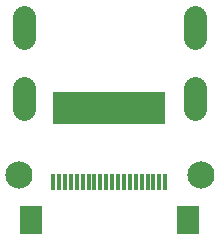
<source format=gts>
G04 EAGLE Gerber RS-274X export*
G75*
%MOMM*%
%FSLAX34Y34*%
%LPD*%
%INTop Solder Mask*%
%IPPOS*%
%AMOC8*
5,1,8,0,0,1.08239X$1,22.5*%
G01*
%ADD10C,2.303200*%
%ADD11R,0.400000X1.400000*%
%ADD12R,1.900000X2.350000*%
%ADD13C,1.981200*%
%ADD14R,0.483200X2.803200*%


D10*
X157400Y65500D03*
X3500Y65500D03*
D11*
X32500Y59500D03*
X37500Y59500D03*
X42500Y59500D03*
X47500Y59500D03*
X52500Y59500D03*
X57500Y59500D03*
X62500Y59500D03*
X67500Y59500D03*
X72500Y59500D03*
X77500Y59500D03*
X82500Y59500D03*
X87500Y59500D03*
X92500Y59500D03*
X97500Y59500D03*
X102500Y59500D03*
X107500Y59500D03*
X112500Y59500D03*
X117500Y59500D03*
X122500Y59500D03*
X127500Y59500D03*
D12*
X146500Y27000D03*
X13500Y27000D03*
D13*
X152500Y121110D02*
X152500Y138890D01*
X7500Y138890D02*
X7500Y121110D01*
X152500Y181110D02*
X152500Y198890D01*
X7500Y198890D02*
X7500Y181110D01*
D14*
X80000Y122000D03*
X75000Y122000D03*
X70000Y122000D03*
X65000Y122000D03*
X60000Y122000D03*
X55000Y122000D03*
X50000Y122000D03*
X45000Y122000D03*
X85000Y122000D03*
X90000Y122000D03*
X95000Y122000D03*
X100000Y122000D03*
X105000Y122000D03*
X110000Y122000D03*
X115000Y122000D03*
X40000Y122000D03*
X35000Y122000D03*
X120000Y122000D03*
X125000Y122000D03*
M02*

</source>
